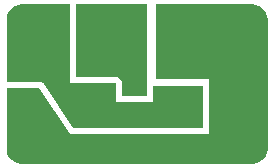
<source format=gtl>
G04 Layer_Physical_Order=1*
G04 Layer_Color=255*
%FSLAX43Y43*%
%MOMM*%
G71*
G01*
G75*
%ADD10R,6.000X6.000*%
%ADD11R,2.000X6.000*%
%ADD12R,1.250X1.800*%
%ADD13R,0.600X1.000*%
%ADD14R,1.800X1.250*%
%ADD15R,1.000X0.600*%
G36*
X113197Y78010D02*
X113445Y77907D01*
X113669Y77758D01*
X113858Y77569D01*
X114007Y77345D01*
X114110Y77097D01*
X114163Y76834D01*
Y76700D01*
X114163Y65900D01*
Y65766D01*
X114110Y65503D01*
X114007Y65255D01*
X113858Y65031D01*
X113669Y64842D01*
X113445Y64693D01*
X113197Y64590D01*
X112934Y64537D01*
X93400D01*
X93400Y64537D01*
X93400Y64537D01*
X93266Y64537D01*
X93003Y64590D01*
X92755Y64693D01*
X92531Y64842D01*
X92342Y65031D01*
X92193Y65255D01*
X92090Y65503D01*
X92037Y65766D01*
Y65900D01*
Y71000D01*
X94813D01*
X97413Y67100D01*
X107000Y67100D01*
X109200D01*
X109200Y71700D01*
X104710Y71700D01*
X104710Y78063D01*
X112800D01*
X112800Y78063D01*
X112800Y78063D01*
X112934Y78063D01*
X113197Y78010D01*
D02*
G37*
G36*
X103900Y70300D02*
X101805Y70300D01*
Y71585D01*
X97900Y75490D01*
Y78063D01*
X103900D01*
X103900Y70300D01*
D02*
G37*
G36*
X97390Y75490D02*
X97400Y75441D01*
Y71400D01*
X101269D01*
X101295Y71374D01*
Y70300D01*
X101305Y70251D01*
Y69800D01*
X101756D01*
X101805Y69790D01*
X103900Y69790D01*
X103949Y69800D01*
X104405D01*
Y70276D01*
X104410Y70300D01*
Y71100D01*
X108690Y71100D01*
X108690Y67610D01*
X107000D01*
X97686Y67610D01*
X95238Y71283D01*
X95202Y71319D01*
X95174Y71360D01*
X95132Y71388D01*
X95097Y71424D01*
X95050Y71443D01*
X95008Y71471D01*
X94959Y71481D01*
X94913Y71500D01*
X94863Y71500D01*
X94813Y71510D01*
X92037D01*
Y76700D01*
X92037Y76834D01*
X92090Y77097D01*
X92193Y77345D01*
X92342Y77569D01*
X92531Y77758D01*
X92755Y77907D01*
X93003Y78010D01*
X93266Y78063D01*
X97390D01*
Y75490D01*
D02*
G37*
D10*
X100900Y74900D02*
D03*
D11*
X105710D02*
D03*
D12*
X106210Y65610D02*
D03*
X96500D02*
D03*
D13*
X99105Y70800D02*
D03*
X100605D02*
D03*
X102105D02*
D03*
X103605D02*
D03*
D14*
X112998Y76155D02*
D03*
Y66445D02*
D03*
D15*
X107808Y69050D02*
D03*
Y70550D02*
D03*
Y72050D02*
D03*
Y73550D02*
D03*
M02*

</source>
